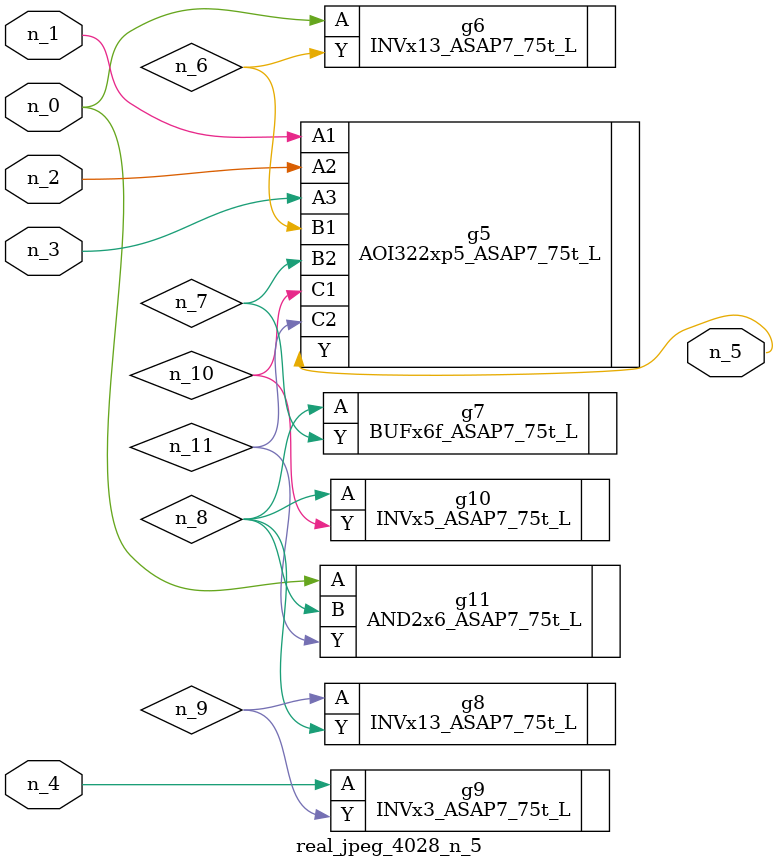
<source format=v>
module real_jpeg_4028_n_5 (n_4, n_0, n_1, n_2, n_3, n_5);

input n_4;
input n_0;
input n_1;
input n_2;
input n_3;

output n_5;

wire n_8;
wire n_11;
wire n_6;
wire n_7;
wire n_10;
wire n_9;

INVx13_ASAP7_75t_L g6 ( 
.A(n_0),
.Y(n_6)
);

AND2x6_ASAP7_75t_L g11 ( 
.A(n_0),
.B(n_8),
.Y(n_11)
);

AOI322xp5_ASAP7_75t_L g5 ( 
.A1(n_1),
.A2(n_2),
.A3(n_3),
.B1(n_6),
.B2(n_7),
.C1(n_10),
.C2(n_11),
.Y(n_5)
);

INVx3_ASAP7_75t_L g9 ( 
.A(n_4),
.Y(n_9)
);

BUFx6f_ASAP7_75t_L g7 ( 
.A(n_8),
.Y(n_7)
);

INVx5_ASAP7_75t_L g10 ( 
.A(n_8),
.Y(n_10)
);

INVx13_ASAP7_75t_L g8 ( 
.A(n_9),
.Y(n_8)
);


endmodule
</source>
